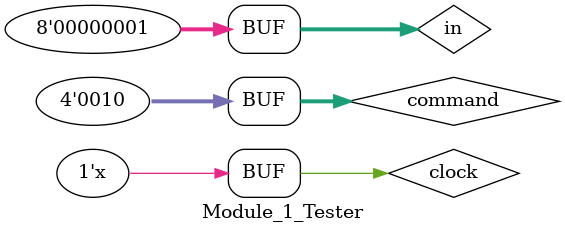
<source format=v>
`timescale 1ns / 1ps


module Module_1_Tester;

	// Inputs
	reg clock;
	reg [7:0] in;
	reg [3:0] command;

	// Outputs
	wire [7:0] R1_out;
	wire [7:0] R2_out;

	// Instantiate the Unit Under Test (UUT)
	Main_Module_1 uut (
		.clock(clock), 
		.in(in), 
		.command(command), 
		.R1_out(R1_out), 
		.R2_out(R2_out)
	);

	initial begin
		// Initialize Inputs
		clock = 1; 
		command = 0;
		#10;
		
		in = 255;
		command = 1;
		#27;

      in = 1;	
		command = 2;
	   #27;
       
	end
	
	always begin
	  #5 clock = ~clock;
	end
      
endmodule


</source>
